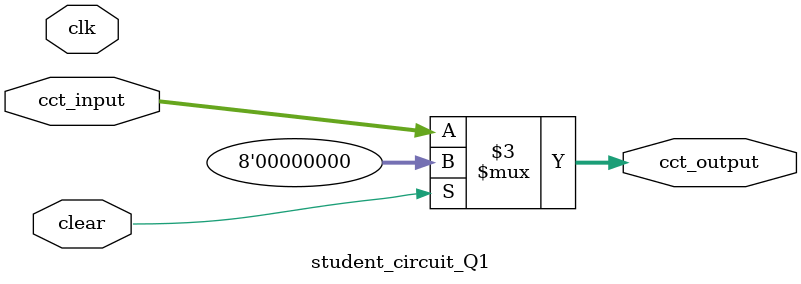
<source format=sv>
module student_circuit_Q1 (
	input wire        clk,
	input wire        clear,
	input wire  [7:0] cct_input,
	output reg  [7:0] cct_output
);


always @ *
	if (clear)
		cct_output  = 8'H0;
	else
		cct_output  = cct_input;

endmodule

</source>
